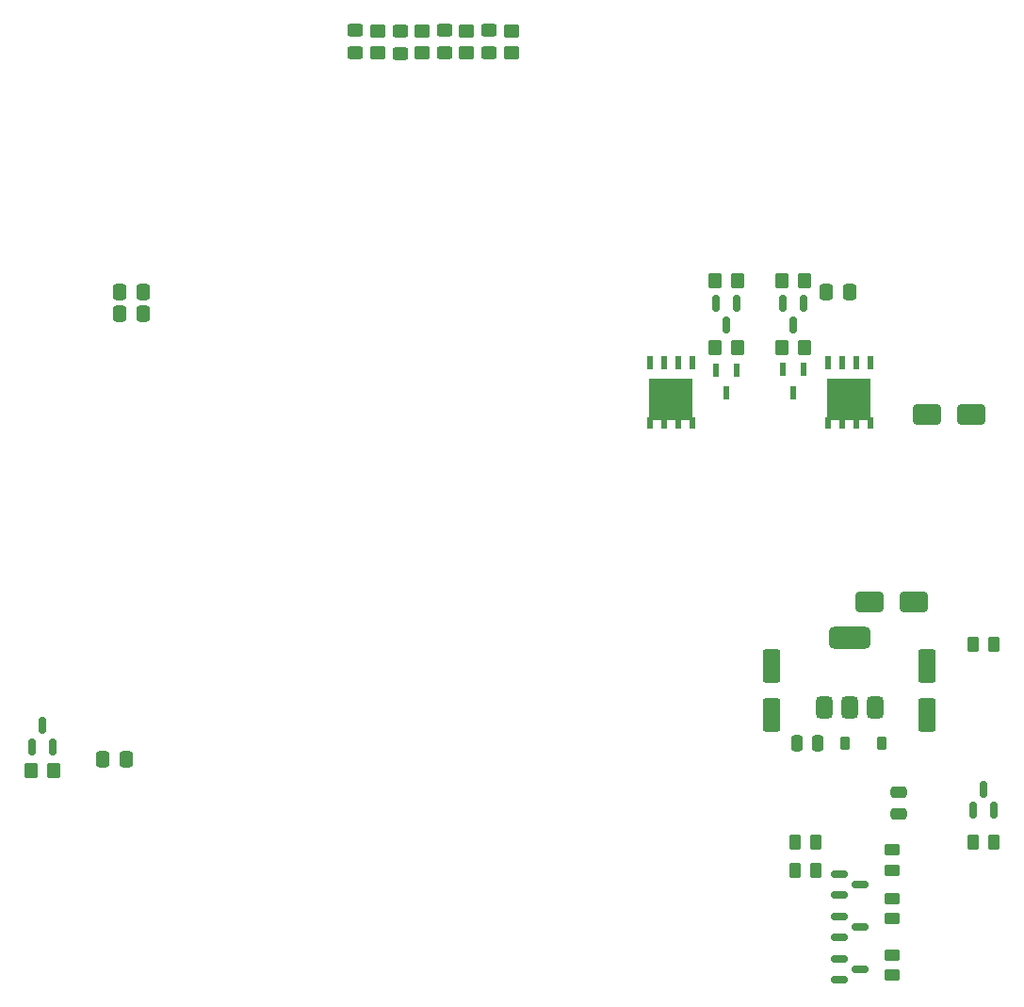
<source format=gbr>
%TF.GenerationSoftware,KiCad,Pcbnew,8.0.5-dirty*%
%TF.CreationDate,2024-10-27T18:43:13+01:00*%
%TF.ProjectId,tank_mower_controller_V1,74616e6b-5f6d-46f7-9765-725f636f6e74,rev?*%
%TF.SameCoordinates,Original*%
%TF.FileFunction,Paste,Top*%
%TF.FilePolarity,Positive*%
%FSLAX46Y46*%
G04 Gerber Fmt 4.6, Leading zero omitted, Abs format (unit mm)*
G04 Created by KiCad (PCBNEW 8.0.5-dirty) date 2024-10-27 18:43:13*
%MOMM*%
%LPD*%
G01*
G04 APERTURE LIST*
G04 Aperture macros list*
%AMRoundRect*
0 Rectangle with rounded corners*
0 $1 Rounding radius*
0 $2 $3 $4 $5 $6 $7 $8 $9 X,Y pos of 4 corners*
0 Add a 4 corners polygon primitive as box body*
4,1,4,$2,$3,$4,$5,$6,$7,$8,$9,$2,$3,0*
0 Add four circle primitives for the rounded corners*
1,1,$1+$1,$2,$3*
1,1,$1+$1,$4,$5*
1,1,$1+$1,$6,$7*
1,1,$1+$1,$8,$9*
0 Add four rect primitives between the rounded corners*
20,1,$1+$1,$2,$3,$4,$5,0*
20,1,$1+$1,$4,$5,$6,$7,0*
20,1,$1+$1,$6,$7,$8,$9,0*
20,1,$1+$1,$8,$9,$2,$3,0*%
G04 Aperture macros list end*
%ADD10RoundRect,0.250000X-0.550000X1.250000X-0.550000X-1.250000X0.550000X-1.250000X0.550000X1.250000X0*%
%ADD11RoundRect,0.250000X-1.000000X-0.650000X1.000000X-0.650000X1.000000X0.650000X-1.000000X0.650000X0*%
%ADD12RoundRect,0.250000X-0.262500X-0.450000X0.262500X-0.450000X0.262500X0.450000X-0.262500X0.450000X0*%
%ADD13RoundRect,0.250000X-0.450000X0.350000X-0.450000X-0.350000X0.450000X-0.350000X0.450000X0.350000X0*%
%ADD14RoundRect,0.150000X0.150000X-0.587500X0.150000X0.587500X-0.150000X0.587500X-0.150000X-0.587500X0*%
%ADD15RoundRect,0.250000X-0.350000X-0.450000X0.350000X-0.450000X0.350000X0.450000X-0.350000X0.450000X0*%
%ADD16R,0.600000X1.300000*%
%ADD17R,0.610000X1.270000*%
%ADD18R,3.910000X3.810000*%
%ADD19R,0.610000X1.020000*%
%ADD20RoundRect,0.250000X0.350000X0.450000X-0.350000X0.450000X-0.350000X-0.450000X0.350000X-0.450000X0*%
%ADD21RoundRect,0.250000X-0.450000X0.325000X-0.450000X-0.325000X0.450000X-0.325000X0.450000X0.325000X0*%
%ADD22RoundRect,0.375000X0.375000X-0.625000X0.375000X0.625000X-0.375000X0.625000X-0.375000X-0.625000X0*%
%ADD23RoundRect,0.500000X1.400000X-0.500000X1.400000X0.500000X-1.400000X0.500000X-1.400000X-0.500000X0*%
%ADD24RoundRect,0.250000X0.475000X-0.250000X0.475000X0.250000X-0.475000X0.250000X-0.475000X-0.250000X0*%
%ADD25RoundRect,0.150000X-0.587500X-0.150000X0.587500X-0.150000X0.587500X0.150000X-0.587500X0.150000X0*%
%ADD26RoundRect,0.250000X0.262500X0.450000X-0.262500X0.450000X-0.262500X-0.450000X0.262500X-0.450000X0*%
%ADD27RoundRect,0.150000X-0.150000X0.587500X-0.150000X-0.587500X0.150000X-0.587500X0.150000X0.587500X0*%
%ADD28RoundRect,0.250000X0.337500X0.475000X-0.337500X0.475000X-0.337500X-0.475000X0.337500X-0.475000X0*%
%ADD29RoundRect,0.250000X0.450000X-0.262500X0.450000X0.262500X-0.450000X0.262500X-0.450000X-0.262500X0*%
%ADD30RoundRect,0.250000X-0.337500X-0.475000X0.337500X-0.475000X0.337500X0.475000X-0.337500X0.475000X0*%
%ADD31RoundRect,0.250000X1.000000X0.650000X-1.000000X0.650000X-1.000000X-0.650000X1.000000X-0.650000X0*%
%ADD32RoundRect,0.250000X0.250000X0.475000X-0.250000X0.475000X-0.250000X-0.475000X0.250000X-0.475000X0*%
%ADD33RoundRect,0.250000X-0.450000X0.262500X-0.450000X-0.262500X0.450000X-0.262500X0.450000X0.262500X0*%
%ADD34RoundRect,0.225000X0.225000X0.375000X-0.225000X0.375000X-0.225000X-0.375000X0.225000X-0.375000X0*%
G04 APERTURE END LIST*
D10*
%TO.C,C4*%
X167808000Y-106314000D03*
X167808000Y-110714000D03*
%TD*%
D11*
%TO.C,D10*%
X181738000Y-83704000D03*
X185738000Y-83704000D03*
%TD*%
D12*
%TO.C,R5*%
X185945500Y-104364000D03*
X187770500Y-104364000D03*
%TD*%
D13*
%TO.C,R30*%
X144388000Y-49229000D03*
X144388000Y-51229000D03*
%TD*%
D14*
%TO.C,Q4*%
X185908000Y-119271500D03*
X187808000Y-119271500D03*
X186858000Y-117396500D03*
%TD*%
D15*
%TO.C,R16*%
X101238000Y-115704000D03*
X103238000Y-115704000D03*
%TD*%
%TO.C,R37*%
X162738000Y-77704000D03*
X164738000Y-77704000D03*
%TD*%
D16*
%TO.C,Q17*%
X164688000Y-79704000D03*
X162788000Y-79704000D03*
X163738000Y-81804000D03*
%TD*%
D17*
%TO.C,Q16*%
X160643000Y-79034000D03*
X159373000Y-79034000D03*
X158103000Y-79034000D03*
X156833000Y-79034000D03*
D18*
X158738000Y-82394000D03*
D19*
X160643000Y-84499000D03*
X159373000Y-84499000D03*
X158103000Y-84499000D03*
X156833000Y-84499000D03*
%TD*%
D20*
%TO.C,R2*%
X164738000Y-71704000D03*
X162738000Y-71704000D03*
%TD*%
D21*
%TO.C,D7*%
X138388000Y-49204000D03*
X138388000Y-51254000D03*
%TD*%
D22*
%TO.C,U2*%
X172493000Y-110054000D03*
X174793000Y-110054000D03*
D23*
X174793000Y-103754000D03*
D22*
X177093000Y-110054000D03*
%TD*%
D24*
%TO.C,C2*%
X179238000Y-119604000D03*
X179238000Y-117704000D03*
%TD*%
D25*
%TO.C,Q3*%
X173855500Y-132624000D03*
X173855500Y-134524000D03*
X175730500Y-133574000D03*
%TD*%
D26*
%TO.C,R6*%
X171768500Y-124684000D03*
X169943500Y-124684000D03*
%TD*%
D27*
%TO.C,Q3*%
X170688000Y-73766500D03*
X168788000Y-73766500D03*
X169738000Y-75641500D03*
%TD*%
D25*
%TO.C,Q1*%
X173855500Y-128814000D03*
X173855500Y-130714000D03*
X175730500Y-129764000D03*
%TD*%
D28*
%TO.C,C22*%
X174775500Y-72704000D03*
X172700500Y-72704000D03*
%TD*%
D16*
%TO.C,Q4*%
X170688000Y-79654000D03*
X168788000Y-79654000D03*
X169738000Y-81754000D03*
%TD*%
D13*
%TO.C,R32*%
X140388000Y-49229000D03*
X140388000Y-51229000D03*
%TD*%
D15*
%TO.C,R38*%
X168738000Y-77704000D03*
X170738000Y-77704000D03*
%TD*%
D13*
%TO.C,R36*%
X132388000Y-49229000D03*
X132388000Y-51229000D03*
%TD*%
D20*
%TO.C,R1*%
X170738000Y-71704000D03*
X168738000Y-71704000D03*
%TD*%
D29*
%TO.C,R2*%
X178603000Y-124684000D03*
X178603000Y-122859000D03*
%TD*%
D10*
%TO.C,C3*%
X181778000Y-106314000D03*
X181778000Y-110714000D03*
%TD*%
D30*
%TO.C,C28*%
X109200500Y-72704000D03*
X111275500Y-72704000D03*
%TD*%
D12*
%TO.C,R4*%
X185945500Y-122144000D03*
X187770500Y-122144000D03*
%TD*%
D31*
%TO.C,D1*%
X180603000Y-100554000D03*
X176603000Y-100554000D03*
%TD*%
D30*
%TO.C,C27*%
X109200500Y-74704000D03*
X111275500Y-74704000D03*
%TD*%
D32*
%TO.C,C5*%
X171933000Y-113254000D03*
X170033000Y-113254000D03*
%TD*%
D21*
%TO.C,D8*%
X134388000Y-49229000D03*
X134388000Y-51279000D03*
%TD*%
D33*
%TO.C,R3*%
X178603000Y-132304000D03*
X178603000Y-134129000D03*
%TD*%
D21*
%TO.C,D9*%
X130388000Y-49204000D03*
X130388000Y-51254000D03*
%TD*%
D14*
%TO.C,Q5*%
X101288000Y-113579000D03*
X103188000Y-113579000D03*
X102238000Y-111704000D03*
%TD*%
D30*
%TO.C,C17*%
X107700500Y-114704000D03*
X109775500Y-114704000D03*
%TD*%
D25*
%TO.C,Q2*%
X173855500Y-125004000D03*
X173855500Y-126904000D03*
X175730500Y-125954000D03*
%TD*%
D21*
%TO.C,D6*%
X142388000Y-49204000D03*
X142388000Y-51254000D03*
%TD*%
D26*
%TO.C,R7*%
X171768500Y-122144000D03*
X169943500Y-122144000D03*
%TD*%
D34*
%TO.C,D3*%
X177713000Y-113254000D03*
X174413000Y-113254000D03*
%TD*%
D13*
%TO.C,R34*%
X136388000Y-49229000D03*
X136388000Y-51229000D03*
%TD*%
D17*
%TO.C,Q18*%
X176643000Y-79034000D03*
X175373000Y-79034000D03*
X174103000Y-79034000D03*
X172833000Y-79034000D03*
D18*
X174738000Y-82394000D03*
D19*
X176643000Y-84499000D03*
X175373000Y-84499000D03*
X174103000Y-84499000D03*
X172833000Y-84499000D03*
%TD*%
D33*
%TO.C,R1*%
X178603000Y-127224000D03*
X178603000Y-129049000D03*
%TD*%
D27*
%TO.C,Q15*%
X164688000Y-73766500D03*
X162788000Y-73766500D03*
X163738000Y-75641500D03*
%TD*%
M02*

</source>
